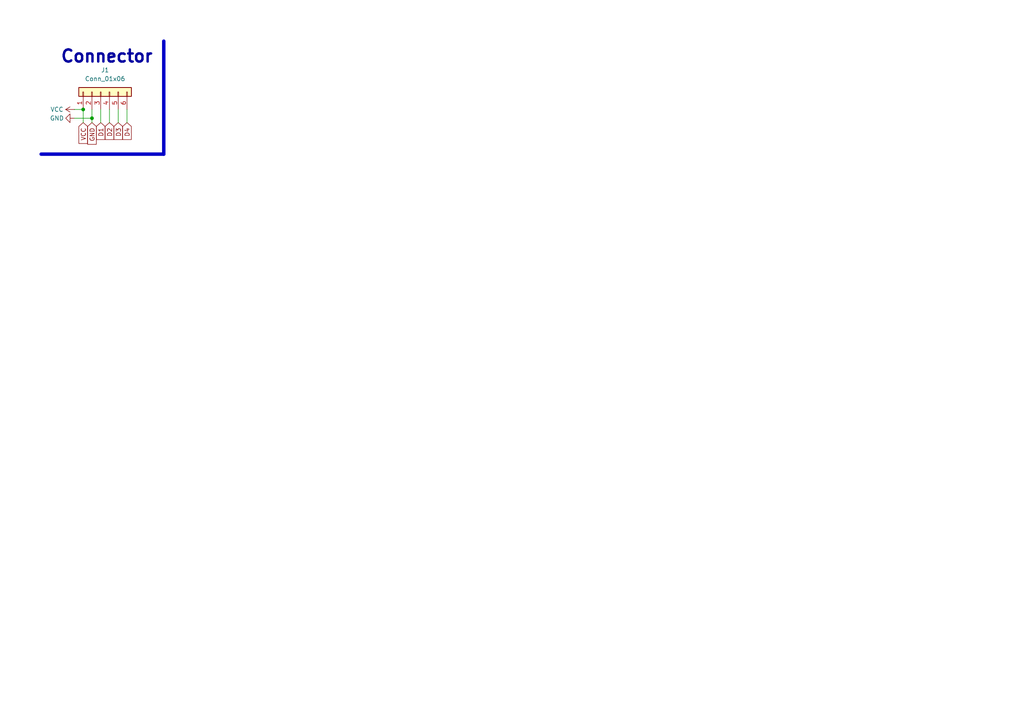
<source format=kicad_sch>
(kicad_sch (version 20250114) (generator "eeschema") (generator_version "9.0")
  (paper "A4")
  (lib_symbols
    (symbol "Connector_Generic:Conn_01x06" (pin_names (offset 1.016) (hide yes))
      (property "Reference" "J" (at 0 7.62 0))
      (property "Value" "Conn_01x06" (at 0 -10.16 0))
      (symbol "Conn_01x06_1_1"
        (rectangle (start -1.27 6.35) (end 1.27 -8.89) (stroke (width 0.254)) (fill (type background)))
        (rectangle (start -1.27 5.207) (end 0 4.953) (stroke (width 0.1524)))
        (rectangle (start -1.27 2.667) (end 0 2.413) (stroke (width 0.1524)))
        (rectangle (start -1.27 0.127) (end 0 -0.127) (stroke (width 0.1524)))
        (rectangle (start -1.27 -2.413) (end 0 -2.667) (stroke (width 0.1524)))
        (rectangle (start -1.27 -4.953) (end 0 -5.207) (stroke (width 0.1524)))
        (rectangle (start -1.27 -7.493) (end 0 -7.747) (stroke (width 0.1524)))
        (pin passive line (at -5.08 5.08 0) (length 3.81) (name "Pin_1") (number "1"))
        (pin passive line (at -5.08 2.54 0) (length 3.81) (name "Pin_2") (number "2"))
        (pin passive line (at -5.08 0 0) (length 3.81) (name "Pin_3") (number "3"))
        (pin passive line (at -5.08 -2.54 0) (length 3.81) (name "Pin_4") (number "4"))
        (pin passive line (at -5.08 -5.08 0) (length 3.81) (name "Pin_5") (number "5"))
        (pin passive line (at -5.08 -7.62 0) (length 3.81) (name "Pin_6") (number "6"))
      )
    )
    (symbol "power:GND" (power) (pin_numbers (hide yes)) (pin_names (offset 0) (hide yes))
      (property "Value" "GND" (at 0 -3.81 0))
      (symbol "GND_0_1"
        (polyline (pts (xy 0 0) (xy 0 -1.27) (xy 1.27 -1.27) (xy 0 -2.54) (xy -1.27 -1.27) (xy 0 -1.27)))
      )
      (symbol "GND_1_1"
        (pin power_in line (at 0 0 270) (length 0) (name "~") (number "1"))
      )
    )
    (symbol "power:VCC" (power) (pin_numbers (hide yes)) (pin_names (offset 0) (hide yes))
      (property "Value" "VCC" (at 0 3.556 0))
      (symbol "VCC_0_1"
        (polyline (pts (xy -0.762 1.27) (xy 0 2.54)))
        (polyline (pts (xy 0 2.54) (xy 0.762 1.27)))
        (polyline (pts (xy 0 0) (xy 0 2.54)))
      )
      (symbol "VCC_1_1"
        (pin power_in line (at 0 0 90) (length 0) (name "~") (number "1"))
      )
    )
  )
  (text "Connector" (at 30.988 16.51 0) (effects (font (size 3.5 3.5) (thickness 0.7) (bold yes))))
  (junction (at 26.67 34.29))
  (junction (at 24.13 31.75))
  (wire (pts (xy 29.21 31.75) (xy 29.21 35.56)))
  (wire (pts (xy 26.67 34.29) (xy 26.67 31.75)))
  (polyline (pts (xy 47.498 11.938) (xy 47.498 44.704)) (stroke (width 1) (type solid)))
  (wire (pts (xy 21.59 34.29) (xy 26.67 34.29)))
  (wire (pts (xy 26.67 34.29) (xy 26.67 35.56)))
  (wire (pts (xy 36.83 31.75) (xy 36.83 35.56)))
  (wire (pts (xy 34.29 31.75) (xy 34.29 35.56)))
  (polyline (pts (xy 11.938 44.704) (xy 47.498 44.704)) (stroke (width 1) (type solid)))
  (wire (pts (xy 21.59 31.75) (xy 24.13 31.75)))
  (wire (pts (xy 31.75 31.75) (xy 31.75 35.56)))
  (wire (pts (xy 24.13 31.75) (xy 24.13 35.56)))
  (global_label "D4" (shape input) (at 36.83 35.56 270) (property "Intersheetrefs" "${INTERSHEET_REFS}" (effects (hide yes))))
  (global_label "D2" (shape input) (at 31.75 35.56 270) (property "Intersheetrefs" "${INTERSHEET_REFS}" (effects (hide yes))))
  (global_label "GND" (shape input) (at 26.67 35.56 270) (property "Intersheetrefs" "${INTERSHEET_REFS}" (effects (hide yes))))
  (global_label "D3" (shape input) (at 34.29 35.56 270) (property "Intersheetrefs" "${INTERSHEET_REFS}" (effects (hide yes))))
  (global_label "VCC" (shape input) (at 24.13 35.56 270) (property "Intersheetrefs" "${INTERSHEET_REFS}" (effects (hide yes))))
  (global_label "D1" (shape input) (at 29.21 35.56 270) (property "Intersheetrefs" "${INTERSHEET_REFS}" (effects (hide yes))))
  (symbol (lib_id "power:VCC") (at 21.59 31.75 90) (unit 1)
    (property "Reference" "#PWR01" (effects (hide yes)))
    (property "Value" "VCC" (at 16.51 31.75 90))
    (property "Description" "Power symbol creates a global label with name \"VCC\"" (effects (hide yes)))
  )
  (symbol (lib_id "power:GND") (at 21.59 34.29 270) (unit 1)
    (property "Reference" "#PWR02" (effects (hide yes)))
    (property "Value" "GND" (at 16.51 34.29 90))
    (property "Description" "Power symbol creates a global label with name \"GND\" , ground" (effects (hide yes)))
  )
  (symbol (lib_id "Connector_Generic:Conn_01x06") (at 29.21 26.67 90) (unit 1)
    (property "Reference" "J1" (at 30.48 20.32 90))
    (property "Value" "Conn_01x06" (at 30.48 22.86 90))
    (property "Footprint" "Connector_PinHeader_1.27mm:PinHeader_1x06_P1.27mm_Horizontal" (effects (hide yes)))
    (property "Description" "Generic connector, single row, 01x06, script generated (kicad-library-utils/schlib/autogen/connector/)" (effects (hide yes)))
  )
)
</source>
